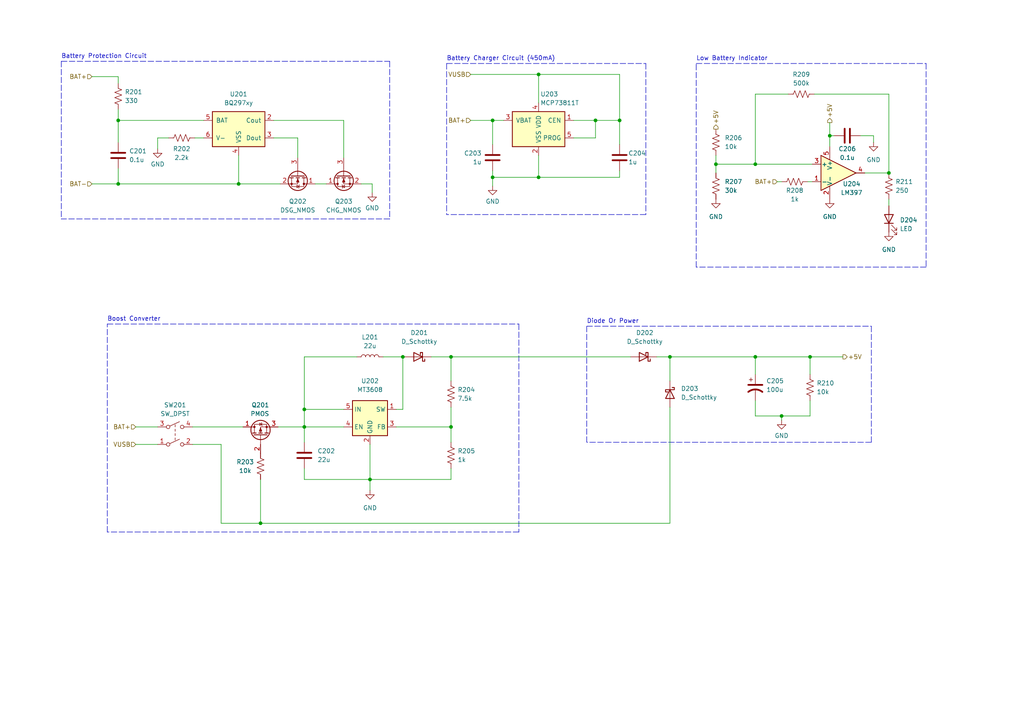
<source format=kicad_sch>
(kicad_sch (version 20211123) (generator eeschema)
  (paper "A4")
  (lib_symbols
    (symbol "Battery_Management:BQ297xy" (pin_names (offset 1.016))
      (property "Reference" "U" (at -6.35 6.35 0))
      (property "Value" "BQ297xy" (at 5.08 -6.35 0))
      (symbol "BQ297xy_0_1"
        (rectangle (start -7.62 5.08) (end 7.62 -5.08) (stroke (width 0.254)) (fill (type background)))
      )
      (symbol "BQ297xy_1_1"
        (pin no_connect line (at 7.62 0 180) (length 2.54) hide (name "NC") (number "1"))
        (pin output line (at 10.16 2.54 180) (length 2.54) (name "Cout") (number "2"))
        (pin output line (at 10.16 -2.54 180) (length 2.54) (name "Dout") (number "3"))
        (pin power_in line (at 0 -7.62 90) (length 2.54) (name "VSS") (number "4"))
        (pin input line (at -10.16 2.54 0) (length 2.54) (name "BAT") (number "5"))
        (pin input line (at -10.16 -2.54 0) (length 2.54) (name "V-") (number "6"))
      )
    )
    (symbol "Battery_Management:MCP73811T-420I-OT" (pin_names (offset 1.016))
      (property "Reference" "U" (at -6.35 6.35 0))
      (property "Value" "MCP73811T-420I-OT" (at 1.27 6.35 0))
      (symbol "MCP73811T-420I-OT_0_1"
        (rectangle (start -7.62 5.08) (end 7.62 -5.08) (stroke (width 0.254)) (fill (type background)))
      )
      (symbol "MCP73811T-420I-OT_1_1"
        (pin input line (at -10.16 2.54 0) (length 2.54) (name "CEN") (number "1"))
        (pin power_in line (at 0 -7.62 90) (length 2.54) (name "VSS") (number "2"))
        (pin power_out line (at 10.16 2.54 180) (length 2.54) (name "VBAT") (number "3"))
        (pin power_in line (at 0 7.62 270) (length 2.54) (name "VDD") (number "4"))
        (pin input line (at -10.16 -2.54 0) (length 2.54) (name "PROG") (number "5"))
      )
    )
    (symbol "Comparator:LM397" (pin_names (offset 0.127))
      (property "Reference" "U" (at 1.27 5.08 0))
      (property "Value" "LM397" (at 3.81 -5.08 0))
      (symbol "LM397_0_1"
        (polyline (pts (xy -5.08 5.08) (xy 5.08 0) (xy -5.08 -5.08) (xy -5.08 5.08)) (stroke (width 0.254)) (fill (type background)))
      )
      (symbol "LM397_1_1"
        (pin input line (at -7.62 -2.54 0) (length 2.54) (name "-") (number "1"))
        (pin power_in line (at -2.54 -7.62 90) (length 3.81) (name "V-") (number "2"))
        (pin input line (at -7.62 2.54 0) (length 2.54) (name "+") (number "3"))
        (pin open_collector line (at 7.62 0 180) (length 2.54) (name "~") (number "4"))
        (pin power_in line (at -2.54 7.62 270) (length 3.81) (name "V+") (number "5"))
      )
    )
    (symbol "Device:C" (pin_numbers hide) (pin_names (offset 0.254))
      (property "Reference" "C" (at 0.635 2.54 0))
      (property "Value" "C" (at 0.635 -2.54 0))
      (symbol "C_0_1"
        (polyline (pts (xy -2.032 -0.762) (xy 2.032 -0.762)) (stroke (width 0.508)))
        (polyline (pts (xy -2.032 0.762) (xy 2.032 0.762)) (stroke (width 0.508)))
      )
      (symbol "C_1_1"
        (pin passive line (at 0 3.81 270) (length 2.794) (name "~") (number "1"))
        (pin passive line (at 0 -3.81 90) (length 2.794) (name "~") (number "2"))
      )
    )
    (symbol "Device:C_Polarized_US" (pin_numbers hide) (pin_names (offset 0.254) hide)
      (property "Reference" "C" (at 0.635 2.54 0))
      (property "Value" "C_Polarized_US" (at 0.635 -2.54 0))
      (symbol "C_Polarized_US_0_1"
        (polyline (pts (xy -2.032 0.762) (xy 2.032 0.762)) (stroke (width 0.508)))
        (polyline (pts (xy -1.778 2.286) (xy -0.762 2.286)))
        (polyline (pts (xy -1.27 1.778) (xy -1.27 2.794)))
        (arc (start 2.032 -1.27) (mid 0 -0.5572) (end -2.032 -1.27) (stroke (width 0.508)))
      )
      (symbol "C_Polarized_US_1_1"
        (pin passive line (at 0 3.81 270) (length 2.794) (name "~") (number "1"))
        (pin passive line (at 0 -3.81 90) (length 3.302) (name "~") (number "2"))
      )
    )
    (symbol "Device:D_Schottky" (pin_numbers hide) (pin_names (offset 1.016) hide)
      (property "Reference" "D" (at 0 2.54 0))
      (property "Value" "D_Schottky" (at 0 -2.54 0))
      (symbol "D_Schottky_0_1"
        (polyline (pts (xy 1.27 0) (xy -1.27 0)))
        (polyline (pts (xy 1.27 1.27) (xy 1.27 -1.27) (xy -1.27 0) (xy 1.27 1.27)) (stroke (width 0.254)))
        (polyline (pts (xy -1.905 0.635) (xy -1.905 1.27) (xy -1.27 1.27) (xy -1.27 -1.27) (xy -0.635 -1.27) (xy -0.635 -0.635)) (stroke (width 0.254)))
      )
      (symbol "D_Schottky_1_1"
        (pin passive line (at -3.81 0 0) (length 2.54) (name "K") (number "1"))
        (pin passive line (at 3.81 0 180) (length 2.54) (name "A") (number "2"))
      )
    )
    (symbol "Device:L" (pin_numbers hide) (pin_names (offset 1.016) hide)
      (property "Reference" "L" (at -1.27 0 90))
      (property "Value" "L" (at 1.905 0 90))
      (symbol "L_0_1"
        (arc (start 0 -2.54) (mid 0.635 -1.905) (end 0 -1.27))
        (arc (start 0 -1.27) (mid 0.635 -0.635) (end 0 0))
        (arc (start 0 0) (mid 0.635 0.635) (end 0 1.27))
        (arc (start 0 1.27) (mid 0.635 1.905) (end 0 2.54))
      )
      (symbol "L_1_1"
        (pin passive line (at 0 3.81 270) (length 1.27) (name "1") (number "1"))
        (pin passive line (at 0 -3.81 90) (length 1.27) (name "2") (number "2"))
      )
    )
    (symbol "Device:LED" (pin_numbers hide) (pin_names (offset 1.016) hide)
      (property "Reference" "D" (at 0 2.54 0))
      (property "Value" "LED" (at 0 -2.54 0))
      (symbol "LED_0_1"
        (polyline (pts (xy -1.27 -1.27) (xy -1.27 1.27)) (stroke (width 0.254)))
        (polyline (pts (xy -1.27 0) (xy 1.27 0)))
        (polyline (pts (xy 1.27 -1.27) (xy 1.27 1.27) (xy -1.27 0) (xy 1.27 -1.27)) (stroke (width 0.254)))
        (polyline (pts (xy -3.048 -0.762) (xy -4.572 -2.286) (xy -3.81 -2.286) (xy -4.572 -2.286) (xy -4.572 -1.524)))
        (polyline (pts (xy -1.778 -0.762) (xy -3.302 -2.286) (xy -2.54 -2.286) (xy -3.302 -2.286) (xy -3.302 -1.524)))
      )
      (symbol "LED_1_1"
        (pin passive line (at -3.81 0 0) (length 2.54) (name "K") (number "1"))
        (pin passive line (at 3.81 0 180) (length 2.54) (name "A") (number "2"))
      )
    )
    (symbol "Device:Q_NMOS_DSG" (pin_names (offset 0) hide)
      (property "Reference" "Q" (at 5.08 1.27 0))
      (property "Value" "Q_NMOS_DSG" (at 5.08 -1.27 0))
      (symbol "Q_NMOS_DSG_0_1"
        (polyline (pts (xy 0.254 0) (xy -2.54 0)))
        (polyline (pts (xy 0.254 1.905) (xy 0.254 -1.905)) (stroke (width 0.254)))
        (polyline (pts (xy 0.762 -1.27) (xy 0.762 -2.286)) (stroke (width 0.254)))
        (polyline (pts (xy 0.762 0.508) (xy 0.762 -0.508)) (stroke (width 0.254)))
        (polyline (pts (xy 0.762 2.286) (xy 0.762 1.27)) (stroke (width 0.254)))
        (polyline (pts (xy 2.54 2.54) (xy 2.54 1.778)))
        (polyline (pts (xy 2.54 -2.54) (xy 2.54 0) (xy 0.762 0)))
        (polyline (pts (xy 0.762 -1.778) (xy 3.302 -1.778) (xy 3.302 1.778) (xy 0.762 1.778)))
        (polyline (pts (xy 1.016 0) (xy 2.032 0.381) (xy 2.032 -0.381) (xy 1.016 0)) (fill (type outline)))
        (polyline (pts (xy 2.794 0.508) (xy 2.921 0.381) (xy 3.683 0.381) (xy 3.81 0.254)))
        (polyline (pts (xy 3.302 0.381) (xy 2.921 -0.254) (xy 3.683 -0.254) (xy 3.302 0.381)))
        (circle (center 1.651 0) (radius 2.794) (stroke (width 0.254)))
        (circle (center 2.54 -1.778) (radius 0.254) (fill (type outline)))
        (circle (center 2.54 1.778) (radius 0.254) (fill (type outline)))
      )
      (symbol "Q_NMOS_DSG_1_1"
        (pin passive line (at 2.54 5.08 270) (length 2.54) (name "D") (number "1"))
        (pin passive line (at 2.54 -5.08 90) (length 2.54) (name "S") (number "2"))
        (pin input line (at -5.08 0 0) (length 2.54) (name "G") (number "3"))
      )
    )
    (symbol "Device:Q_PMOS_DGS" (pin_names (offset 0) hide)
      (property "Reference" "Q" (at 5.08 1.27 0))
      (property "Value" "Q_PMOS_DGS" (at 5.08 -1.27 0))
      (symbol "Q_PMOS_DGS_0_1"
        (polyline (pts (xy 0.254 0) (xy -2.54 0)))
        (polyline (pts (xy 0.254 1.905) (xy 0.254 -1.905)) (stroke (width 0.254)))
        (polyline (pts (xy 0.762 -1.27) (xy 0.762 -2.286)) (stroke (width 0.254)))
        (polyline (pts (xy 0.762 0.508) (xy 0.762 -0.508)) (stroke (width 0.254)))
        (polyline (pts (xy 0.762 2.286) (xy 0.762 1.27)) (stroke (width 0.254)))
        (polyline (pts (xy 2.54 2.54) (xy 2.54 1.778)))
        (polyline (pts (xy 2.54 -2.54) (xy 2.54 0) (xy 0.762 0)))
        (polyline (pts (xy 0.762 1.778) (xy 3.302 1.778) (xy 3.302 -1.778) (xy 0.762 -1.778)))
        (polyline (pts (xy 2.286 0) (xy 1.27 0.381) (xy 1.27 -0.381) (xy 2.286 0)) (fill (type outline)))
        (polyline (pts (xy 2.794 -0.508) (xy 2.921 -0.381) (xy 3.683 -0.381) (xy 3.81 -0.254)))
        (polyline (pts (xy 3.302 -0.381) (xy 2.921 0.254) (xy 3.683 0.254) (xy 3.302 -0.381)))
        (circle (center 1.651 0) (radius 2.794) (stroke (width 0.254)))
        (circle (center 2.54 -1.778) (radius 0.254) (fill (type outline)))
        (circle (center 2.54 1.778) (radius 0.254) (fill (type outline)))
      )
      (symbol "Q_PMOS_DGS_1_1"
        (pin passive line (at 2.54 5.08 270) (length 2.54) (name "D") (number "1"))
        (pin input line (at -5.08 0 0) (length 2.54) (name "G") (number "2"))
        (pin passive line (at 2.54 -5.08 90) (length 2.54) (name "S") (number "3"))
      )
    )
    (symbol "Device:R_US" (pin_numbers hide) (pin_names (offset 0))
      (property "Reference" "R" (at 2.54 0 90))
      (property "Value" "R_US" (at -2.54 0 90))
      (symbol "R_US_0_1"
        (polyline (pts (xy 0 -2.286) (xy 0 -2.54)))
        (polyline (pts (xy 0 2.286) (xy 0 2.54)))
        (polyline (pts (xy 0 -0.762) (xy 1.016 -1.143) (xy 0 -1.524) (xy -1.016 -1.905) (xy 0 -2.286)))
        (polyline (pts (xy 0 0.762) (xy 1.016 0.381) (xy 0 0) (xy -1.016 -0.381) (xy 0 -0.762)))
        (polyline (pts (xy 0 2.286) (xy 1.016 1.905) (xy 0 1.524) (xy -1.016 1.143) (xy 0 0.762)))
      )
      (symbol "R_US_1_1"
        (pin passive line (at 0 3.81 270) (length 1.27) (name "~") (number "1"))
        (pin passive line (at 0 -3.81 90) (length 1.27) (name "~") (number "2"))
      )
    )
    (symbol "Regulator_Switching:MT3608"
      (property "Reference" "U" (at -2.54 8.89 0))
      (property "Value" "MT3608" (at -3.81 6.35 0))
      (symbol "MT3608_0_1"
        (rectangle (start -5.08 5.08) (end 5.08 -5.08) (stroke (width 0.254)) (fill (type background)))
      )
      (symbol "MT3608_1_1"
        (pin passive line (at 7.62 2.54 180) (length 2.54) (name "SW") (number "1"))
        (pin power_in line (at 0 -7.62 90) (length 2.54) (name "GND") (number "2"))
        (pin input line (at 7.62 -2.54 180) (length 2.54) (name "FB") (number "3"))
        (pin input line (at -7.62 -2.54 0) (length 2.54) (name "EN") (number "4"))
        (pin power_in line (at -7.62 2.54 0) (length 2.54) (name "IN") (number "5"))
        (pin no_connect line (at 5.08 0 180) (length 2.54) hide (name "NC") (number "6"))
      )
    )
    (symbol "Switch:SW_DPST" (pin_names (offset 0) hide)
      (property "Reference" "SW" (at 0 5.08 0))
      (property "Value" "SW_DPST" (at 0 -5.08 0))
      (symbol "SW_DPST_0_0"
        (circle (center -2.032 -2.54) (radius 0.508))
        (circle (center -2.032 2.54) (radius 0.508))
        (polyline (pts (xy -1.524 -2.286) (xy 1.27 -1.016)))
        (polyline (pts (xy -1.524 2.794) (xy 1.27 4.064)))
        (polyline (pts (xy 0 -1.27) (xy 0 -0.635)))
        (polyline (pts (xy 0 0) (xy 0 0.635)))
        (polyline (pts (xy 0 1.27) (xy 0 1.905)))
        (polyline (pts (xy 0 2.54) (xy 0 3.175)))
        (circle (center 2.032 -2.54) (radius 0.508))
        (circle (center 2.032 2.54) (radius 0.508))
      )
      (symbol "SW_DPST_1_1"
        (pin passive line (at -5.08 -2.54 0) (length 2.54) (name "1") (number "1"))
        (pin passive line (at 5.08 -2.54 180) (length 2.54) (name "2") (number "2"))
        (pin passive line (at -5.08 2.54 0) (length 2.54) (name "3") (number "3"))
        (pin passive line (at 5.08 2.54 180) (length 2.54) (name "4") (number "4"))
      )
    )
    (symbol "power:GND" (power) (pin_names (offset 0))
      (property "Value" "GND" (at 0 -3.81 0))
      (symbol "GND_0_1"
        (polyline (pts (xy 0 0) (xy 0 -1.27) (xy 1.27 -1.27) (xy 0 -2.54) (xy -1.27 -1.27) (xy 0 -1.27)))
      )
      (symbol "GND_1_1"
        (pin power_in line (at 0 0 270) (length 0) hide (name "GND") (number "1"))
      )
    )
  )
  (junction (at 88.265 123.825))
  (junction (at 107.315 139.065))
  (junction (at 34.29 34.925))
  (junction (at 142.875 34.925))
  (junction (at 219.075 47.625))
  (junction (at 130.81 103.505))
  (junction (at 219.075 103.505))
  (junction (at 88.265 118.745))
  (junction (at 156.21 21.59))
  (junction (at 69.215 53.34))
  (junction (at 34.29 53.34))
  (junction (at 156.21 51.435))
  (junction (at 179.705 34.925))
  (junction (at 234.95 103.505))
  (junction (at 194.31 103.505))
  (junction (at 116.84 103.505))
  (junction (at 226.695 120.65))
  (junction (at 257.81 50.165))
  (junction (at 172.72 34.925))
  (junction (at 240.665 39.37))
  (junction (at 207.645 47.625))
  (junction (at 130.81 123.825))
  (junction (at 142.875 51.435))
  (junction (at 75.565 151.765))
  (wire (pts (xy 142.875 49.53) (xy 142.875 51.435)))
  (wire (pts (xy 107.315 128.905) (xy 107.315 139.065)))
  (wire (pts (xy 234.95 116.205) (xy 234.95 120.65)))
  (wire (pts (xy 45.72 40.005) (xy 48.895 40.005)))
  (wire (pts (xy 226.695 120.65) (xy 226.695 121.92)))
  (wire (pts (xy 219.075 103.505) (xy 219.075 108.585)))
  (wire (pts (xy 236.22 27.305) (xy 257.81 27.305)))
  (wire (pts (xy 88.265 123.825) (xy 88.265 128.27)))
  (wire (pts (xy 226.695 120.65) (xy 219.075 120.65)))
  (wire (pts (xy 136.525 34.925) (xy 142.875 34.925)))
  (wire (pts (xy 240.665 39.37) (xy 240.665 42.545)))
  (wire (pts (xy 86.36 40.005) (xy 86.36 45.72)))
  (wire (pts (xy 26.67 53.34) (xy 34.29 53.34)))
  (wire (pts (xy 257.81 27.305) (xy 257.81 50.165)))
  (polyline (pts (xy 187.325 62.23) (xy 129.54 62.23)))
  (wire (pts (xy 172.72 34.925) (xy 179.705 34.925)))
  (polyline (pts (xy 113.03 17.78) (xy 113.03 63.5)))
  (wire (pts (xy 39.37 128.905) (xy 45.72 128.905)))
  (wire (pts (xy 88.265 139.065) (xy 107.315 139.065)))
  (wire (pts (xy 219.075 27.305) (xy 219.075 47.625)))
  (wire (pts (xy 219.075 47.625) (xy 207.645 47.625)))
  (wire (pts (xy 219.075 103.505) (xy 234.95 103.505)))
  (wire (pts (xy 125.095 103.505) (xy 130.81 103.505)))
  (polyline (pts (xy 187.325 18.415) (xy 187.325 62.23)))
  (wire (pts (xy 257.81 57.785) (xy 257.81 59.69)))
  (wire (pts (xy 142.875 34.925) (xy 146.05 34.925)))
  (wire (pts (xy 240.665 35.56) (xy 240.665 39.37)))
  (wire (pts (xy 69.215 45.085) (xy 69.215 53.34)))
  (wire (pts (xy 34.29 34.925) (xy 59.055 34.925)))
  (polyline (pts (xy 129.54 18.415) (xy 129.54 62.23)))
  (wire (pts (xy 234.315 52.705) (xy 235.585 52.705)))
  (wire (pts (xy 107.315 139.065) (xy 107.315 142.24)))
  (wire (pts (xy 130.81 103.505) (xy 130.81 110.49)))
  (wire (pts (xy 64.135 128.905) (xy 64.135 151.765)))
  (wire (pts (xy 55.88 128.905) (xy 64.135 128.905)))
  (wire (pts (xy 34.29 31.75) (xy 34.29 34.925)))
  (wire (pts (xy 194.31 103.505) (xy 219.075 103.505)))
  (wire (pts (xy 219.075 116.205) (xy 219.075 120.65)))
  (polyline (pts (xy 268.605 77.47) (xy 201.93 77.47)))
  (wire (pts (xy 172.72 34.925) (xy 172.72 40.005)))
  (wire (pts (xy 234.95 103.505) (xy 234.95 108.585)))
  (wire (pts (xy 156.21 45.085) (xy 156.21 51.435)))
  (wire (pts (xy 114.935 118.745) (xy 116.84 118.745)))
  (wire (pts (xy 190.5 103.505) (xy 194.31 103.505)))
  (wire (pts (xy 257.81 50.165) (xy 250.825 50.165)))
  (polyline (pts (xy 170.18 94.615) (xy 252.73 94.615)))
  (wire (pts (xy 234.95 120.65) (xy 226.695 120.65)))
  (wire (pts (xy 104.775 53.34) (xy 107.95 53.34)))
  (polyline (pts (xy 150.495 154.305) (xy 31.115 154.305)))
  (wire (pts (xy 88.265 135.89) (xy 88.265 139.065)))
  (wire (pts (xy 88.265 103.505) (xy 88.265 118.745)))
  (wire (pts (xy 34.29 34.925) (xy 34.29 41.275)))
  (wire (pts (xy 69.215 53.34) (xy 81.28 53.34)))
  (wire (pts (xy 156.21 51.435) (xy 142.875 51.435)))
  (wire (pts (xy 235.585 47.625) (xy 219.075 47.625)))
  (wire (pts (xy 249.555 39.37) (xy 253.365 39.37)))
  (wire (pts (xy 130.81 118.11) (xy 130.81 123.825)))
  (wire (pts (xy 88.265 118.745) (xy 99.695 118.745)))
  (wire (pts (xy 79.375 34.925) (xy 99.695 34.925)))
  (wire (pts (xy 207.645 45.085) (xy 207.645 47.625)))
  (wire (pts (xy 142.875 34.925) (xy 142.875 41.91)))
  (polyline (pts (xy 252.73 128.27) (xy 170.18 128.27)))
  (wire (pts (xy 64.135 151.765) (xy 75.565 151.765)))
  (wire (pts (xy 179.705 49.53) (xy 179.705 51.435)))
  (wire (pts (xy 34.29 48.895) (xy 34.29 53.34)))
  (wire (pts (xy 79.375 40.005) (xy 86.36 40.005)))
  (polyline (pts (xy 150.495 93.98) (xy 150.495 154.305)))
  (wire (pts (xy 116.84 118.745) (xy 116.84 103.505)))
  (wire (pts (xy 194.31 103.505) (xy 194.31 110.49)))
  (wire (pts (xy 136.525 21.59) (xy 156.21 21.59)))
  (wire (pts (xy 166.37 34.925) (xy 172.72 34.925)))
  (wire (pts (xy 94.615 53.34) (xy 91.44 53.34)))
  (wire (pts (xy 75.565 151.765) (xy 194.31 151.765)))
  (wire (pts (xy 45.72 43.18) (xy 45.72 40.005)))
  (polyline (pts (xy 252.73 94.615) (xy 252.73 128.27)))
  (wire (pts (xy 240.665 39.37) (xy 241.935 39.37)))
  (wire (pts (xy 55.88 123.825) (xy 70.485 123.825)))
  (wire (pts (xy 142.875 51.435) (xy 142.875 53.975)))
  (polyline (pts (xy 201.93 18.415) (xy 268.605 18.415)))
  (wire (pts (xy 34.29 53.34) (xy 69.215 53.34)))
  (wire (pts (xy 156.21 21.59) (xy 179.705 21.59)))
  (wire (pts (xy 56.515 40.005) (xy 59.055 40.005)))
  (polyline (pts (xy 31.115 93.98) (xy 150.495 93.98)))
  (wire (pts (xy 88.265 123.825) (xy 88.265 118.745)))
  (wire (pts (xy 99.695 34.925) (xy 99.695 45.72)))
  (wire (pts (xy 194.31 118.11) (xy 194.31 151.765)))
  (wire (pts (xy 39.37 123.825) (xy 45.72 123.825)))
  (polyline (pts (xy 31.115 154.305) (xy 31.115 93.98)))
  (wire (pts (xy 130.81 123.825) (xy 130.81 128.27)))
  (wire (pts (xy 107.315 139.065) (xy 130.81 139.065)))
  (wire (pts (xy 225.425 52.705) (xy 226.695 52.705)))
  (wire (pts (xy 26.67 22.225) (xy 34.29 22.225)))
  (wire (pts (xy 207.645 47.625) (xy 207.645 50.165)))
  (wire (pts (xy 179.705 21.59) (xy 179.705 34.925)))
  (wire (pts (xy 156.21 51.435) (xy 179.705 51.435)))
  (polyline (pts (xy 17.78 17.78) (xy 113.03 17.78)))
  (wire (pts (xy 166.37 40.005) (xy 172.72 40.005)))
  (wire (pts (xy 228.6 27.305) (xy 219.075 27.305)))
  (wire (pts (xy 253.365 39.37) (xy 253.365 41.275)))
  (wire (pts (xy 116.84 103.505) (xy 117.475 103.505)))
  (wire (pts (xy 179.705 34.925) (xy 179.705 41.91)))
  (wire (pts (xy 156.21 21.59) (xy 156.21 29.845)))
  (wire (pts (xy 99.695 123.825) (xy 88.265 123.825)))
  (polyline (pts (xy 17.78 17.78) (xy 17.78 63.5)))
  (polyline (pts (xy 201.93 77.47) (xy 201.93 18.415)))
  (polyline (pts (xy 113.03 63.5) (xy 17.78 63.5)))
  (wire (pts (xy 130.81 139.065) (xy 130.81 135.89)))
  (wire (pts (xy 234.95 103.505) (xy 244.475 103.505)))
  (wire (pts (xy 111.125 103.505) (xy 116.84 103.505)))
  (polyline (pts (xy 268.605 18.415) (xy 268.605 77.47)))
  (wire (pts (xy 34.29 22.225) (xy 34.29 24.13)))
  (wire (pts (xy 88.265 103.505) (xy 103.505 103.505)))
  (wire (pts (xy 114.935 123.825) (xy 130.81 123.825)))
  (wire (pts (xy 75.565 139.065) (xy 75.565 151.765)))
  (polyline (pts (xy 170.18 94.615) (xy 170.18 128.27)))
  (wire (pts (xy 107.95 53.34) (xy 107.95 55.88)))
  (wire (pts (xy 80.645 123.825) (xy 88.265 123.825)))
  (wire (pts (xy 130.81 103.505) (xy 182.88 103.505)))
  (polyline (pts (xy 129.54 18.415) (xy 187.325 18.415)))
  (text "Boost Converter" (at 31.115 93.345 0) (effects (font (size 1.27 1.27)) (justify left bottom)))
  (text "Diode Or Power" (at 170.18 93.98 0) (effects (font (size 1.27 1.27)) (justify left bottom)))
  (text "Low Battery Indicator" (at 201.93 17.78 0) (effects (font (size 1.27 1.27)) (justify left bottom)))
  (text "Battery Protection Circuit" (at 17.78 17.145 0) (effects (font (size 1.27 1.27)) (justify left bottom)))
  (text "Battery Charger Circuit (450mA)" (at 129.54 17.78 0) (effects (font (size 1.27 1.27)) (justify left bottom)))
  (hierarchical_label "BAT+" (shape input) (at 26.67 22.225 180))
  (hierarchical_label "BAT+" (shape input) (at 225.425 52.705 180))
  (hierarchical_label "VUSB" (shape input) (at 136.525 21.59 180))
  (hierarchical_label "+5V" (shape output) (at 207.645 37.465 90))
  (hierarchical_label "BAT-" (shape input) (at 26.67 53.34 180))
  (hierarchical_label "+5V" (shape output) (at 244.475 103.505 0))
  (hierarchical_label "+5V" (shape output) (at 240.665 35.56 90))
  (hierarchical_label "BAT+" (shape input) (at 39.37 123.825 180))
  (hierarchical_label "BAT+" (shape input) (at 136.525 34.925 180))
  (hierarchical_label "VUSB" (shape input) (at 39.37 128.905 180))
  (symbol (lib_id "Device:R_US") (at 232.41 27.305 90) (unit 1)
    (property "Reference" "R209" (at 232.41 21.59 90))
    (property "Value" "500k" (at 232.41 24.13 90))
  )
  (symbol (lib_id "Device:C") (at 245.745 39.37 90) (unit 1)
    (property "Reference" "C206" (at 245.745 43.18 90))
    (property "Value" "0.1u" (at 245.745 45.72 90))
  )
  (symbol (lib_id "Device:Q_PMOS_DGS") (at 75.565 126.365 90) (unit 1)
    (property "Reference" "Q201" (at 78.105 117.475 90) (effects (justify left)))
    (property "Value" "PMOS" (at 78.105 120.015 90) (effects (justify left)))
  )
  (symbol (lib_id "power:GND") (at 107.315 142.24 0) (unit 1)
    (property "Reference" "#PWR0202" (effects hide))
    (property "Value" "GND" (at 107.315 147.32 0))
  )
  (symbol (lib_id "Device:R_US") (at 75.565 135.255 180) (unit 1)
    (property "Reference" "R203" (at 71.12 133.985 0))
    (property "Value" "10k" (at 71.12 136.525 0))
  )
  (symbol (lib_id "power:GND") (at 240.665 57.785 0) (unit 1)
    (property "Reference" "#PWR0207" (effects hide))
    (property "Value" "GND" (at 240.665 62.865 0))
  )
  (symbol (lib_id "Device:C_Polarized_US") (at 219.075 112.395 0) (unit 1)
    (property "Reference" "C205" (at 222.25 110.4899 0) (effects (justify left)))
    (property "Value" "100u" (at 222.25 113.0299 0) (effects (justify left)))
  )
  (symbol (lib_id "power:GND") (at 226.695 121.92 0) (unit 1)
    (property "Reference" "#PWR0206" (effects hide))
    (property "Value" "GND" (at 226.695 126.365 0))
  )
  (symbol (lib_id "Device:R_US") (at 52.705 40.005 90) (unit 1)
    (property "Reference" "R202" (at 52.705 43.18 90))
    (property "Value" "2.2k" (at 52.705 45.72 90))
  )
  (symbol (lib_id "Device:D_Schottky") (at 186.69 103.505 180) (unit 1)
    (property "Reference" "D202" (at 187.0075 96.52 0))
    (property "Value" "D_Schottky" (at 187.0075 99.06 0))
  )
  (symbol (lib_id "Device:Q_NMOS_DSG") (at 86.36 50.8 270) (unit 1)
    (property "Reference" "Q202" (at 86.36 58.42 90))
    (property "Value" "DSG_NMOS" (at 86.36 60.96 90))
  )
  (symbol (lib_id "Switch:SW_DPST") (at 50.8 126.365 0) (unit 1)
    (property "Reference" "SW201" (at 50.8 117.475 0))
    (property "Value" "SW_DPST" (at 50.8 120.015 0))
  )
  (symbol (lib_id "Device:R_US") (at 130.81 114.3 0) (unit 1)
    (property "Reference" "R204" (at 132.715 113.0299 0) (effects (justify left)))
    (property "Value" "7.5k" (at 132.715 115.5699 0) (effects (justify left)))
  )
  (symbol (lib_id "Device:C") (at 142.875 45.72 0) (mirror y) (unit 1)
    (property "Reference" "C203" (at 139.7 44.4499 0) (effects (justify left)))
    (property "Value" "1u" (at 139.7 46.9899 0) (effects (justify left)))
  )
  (symbol (lib_id "power:GND") (at 45.72 43.18 0) (unit 1)
    (property "Reference" "#PWR0201" (effects hide))
    (property "Value" "GND" (at 45.72 47.625 0))
  )
  (symbol (lib_id "power:GND") (at 142.875 53.975 0) (mirror y) (unit 1)
    (property "Reference" "#PWR0204" (effects hide))
    (property "Value" "GND" (at 142.875 58.42 0))
  )
  (symbol (lib_id "Device:C") (at 88.265 132.08 0) (unit 1)
    (property "Reference" "C202" (at 92.075 130.8099 0) (effects (justify left)))
    (property "Value" "22u" (at 92.075 133.3499 0) (effects (justify left)))
  )
  (symbol (lib_id "Regulator_Switching:MT3608") (at 107.315 121.285 0) (unit 1)
    (property "Reference" "U202" (at 107.315 110.49 0))
    (property "Value" "MT3608" (at 107.315 113.03 0))
    (property "Footprint" "Package_TO_SOT_SMD:SOT-23-6" (effects hide))
    (property "Datasheet" "https://www.olimex.com/Products/Breadboarding/BB-PWR-3608/resources/MT3608.pdf" (effects hide))
  )
  (symbol (lib_id "power:GND") (at 253.365 41.275 0) (unit 1)
    (property "Reference" "#PWR0208" (effects hide))
    (property "Value" "GND" (at 253.365 46.355 0))
  )
  (symbol (lib_id "Comparator:LM397") (at 243.205 50.165 0) (unit 1)
    (property "Reference" "U204" (at 247.015 53.34 0))
    (property "Value" "LM397" (at 247.015 55.88 0))
    (property "Footprint" "Package_TO_SOT_SMD:SOT-23-5" (effects hide))
    (property "Datasheet" "http://www.ti.com/lit/ds/symlink/lm397.pdf" (effects hide))
  )
  (symbol (lib_id "Device:R_US") (at 207.645 41.275 180) (unit 1)
    (property "Reference" "R206" (at 210.185 40.0049 0) (effects (justify right)))
    (property "Value" "10k" (at 210.185 42.5449 0) (effects (justify right)))
  )
  (symbol (lib_id "Device:C") (at 34.29 45.085 0) (unit 1)
    (property "Reference" "C201" (at 37.465 43.8149 0) (effects (justify left)))
    (property "Value" "0.1u" (at 37.465 46.3549 0) (effects (justify left)))
  )
  (symbol (lib_id "power:GND") (at 107.95 55.88 0) (unit 1)
    (property "Reference" "#PWR0203" (effects hide))
    (property "Value" "GND" (at 107.95 60.325 0))
  )
  (symbol (lib_id "power:GND") (at 207.645 57.785 0) (unit 1)
    (property "Reference" "#PWR0205" (effects hide))
    (property "Value" "GND" (at 207.645 62.865 0))
  )
  (symbol (lib_id "Device:D_Schottky") (at 121.285 103.505 180) (unit 1)
    (property "Reference" "D201" (at 121.6025 96.52 0))
    (property "Value" "D_Schottky" (at 121.6025 99.06 0))
  )
  (symbol (lib_id "Device:LED") (at 257.81 63.5 90) (unit 1)
    (property "Reference" "D204" (at 260.985 63.8174 90) (effects (justify right)))
    (property "Value" "LED" (at 260.985 66.3574 90) (effects (justify right)))
  )
  (symbol (lib_id "Device:R_US") (at 230.505 52.705 90) (unit 1)
    (property "Reference" "R208" (at 230.505 55.245 90))
    (property "Value" "1k" (at 230.505 57.785 90))
  )
  (symbol (lib_id "Device:L") (at 107.315 103.505 90) (unit 1)
    (property "Reference" "L201" (at 107.315 97.79 90))
    (property "Value" "22u" (at 107.315 100.33 90))
  )
  (symbol (lib_id "Device:R_US") (at 34.29 27.94 0) (unit 1)
    (property "Reference" "R201" (at 36.195 26.6699 0) (effects (justify left)))
    (property "Value" "330" (at 36.195 29.2099 0) (effects (justify left)))
  )
  (symbol (lib_id "Device:Q_NMOS_DSG") (at 99.695 50.8 90) (mirror x) (unit 1)
    (property "Reference" "Q203" (at 99.695 58.42 90))
    (property "Value" "CHG_NMOS" (at 99.695 60.96 90))
  )
  (symbol (lib_id "Device:R_US") (at 234.95 112.395 0) (unit 1)
    (property "Reference" "R210" (at 236.855 111.1249 0) (effects (justify left)))
    (property "Value" "10k" (at 236.855 113.6649 0) (effects (justify left)))
  )
  (symbol (lib_id "Device:D_Schottky") (at 194.31 114.3 270) (unit 1)
    (property "Reference" "D203" (at 197.485 112.7124 90) (effects (justify left)))
    (property "Value" "D_Schottky" (at 197.485 115.2524 90) (effects (justify left)))
  )
  (symbol (lib_id "Device:R_US") (at 207.645 53.975 180) (unit 1)
    (property "Reference" "R207" (at 210.185 52.7049 0) (effects (justify right)))
    (property "Value" "30k" (at 210.185 55.2449 0) (effects (justify right)))
  )
  (symbol (lib_id "Battery_Management:BQ297xy") (at 69.215 37.465 0) (unit 1)
    (property "Reference" "U201" (at 69.215 27.305 0))
    (property "Value" "BQ297xy" (at 69.215 29.845 0))
    (property "Footprint" "Package_SON:WSON-6_1.5x1.5mm_P0.5mm" (effects hide))
    (property "Datasheet" "http://www.ti.com/lit/ds/symlink/bq2970.pdf" (effects hide))
  )
  (symbol (lib_id "power:GND") (at 257.81 67.31 0) (unit 1)
    (property "Reference" "#PWR0209" (effects hide))
    (property "Value" "GND" (at 257.81 72.39 0))
  )
  (symbol (lib_id "Battery_Management:MCP73811T-420I-OT") (at 156.21 37.465 0) (mirror y) (unit 1)
    (property "Reference" "U203" (at 156.7306 27.305 0) (effects (justify right)))
    (property "Value" "MCP73811T" (at 156.7306 29.845 0) (effects (justify right)))
    (property "Footprint" "Package_TO_SOT_SMD:SOT-23-5" (effects hide))
    (property "Datasheet" "http://ww1.microchip.com/downloads/en/DeviceDoc/22036b.pdf" (effects hide))
  )
  (symbol (lib_id "Device:C") (at 179.705 45.72 0) (mirror y) (unit 1)
    (property "Reference" "C204" (at 182.245 44.45 0) (effects (justify right)))
    (property "Value" "1u" (at 182.245 46.99 0) (effects (justify right)))
  )
  (symbol (lib_id "Device:R_US") (at 130.81 132.08 0) (unit 1)
    (property "Reference" "R205" (at 132.715 130.8099 0) (effects (justify left)))
    (property "Value" "1k" (at 132.715 133.3499 0) (effects (justify left)))
  )
  (symbol (lib_id "Device:R_US") (at 257.81 53.975 0) (unit 1)
    (property "Reference" "R211" (at 259.715 52.7049 0) (effects (justify left)))
    (property "Value" "250" (at 259.715 55.2449 0) (effects (justify left)))
  )
)
</source>
